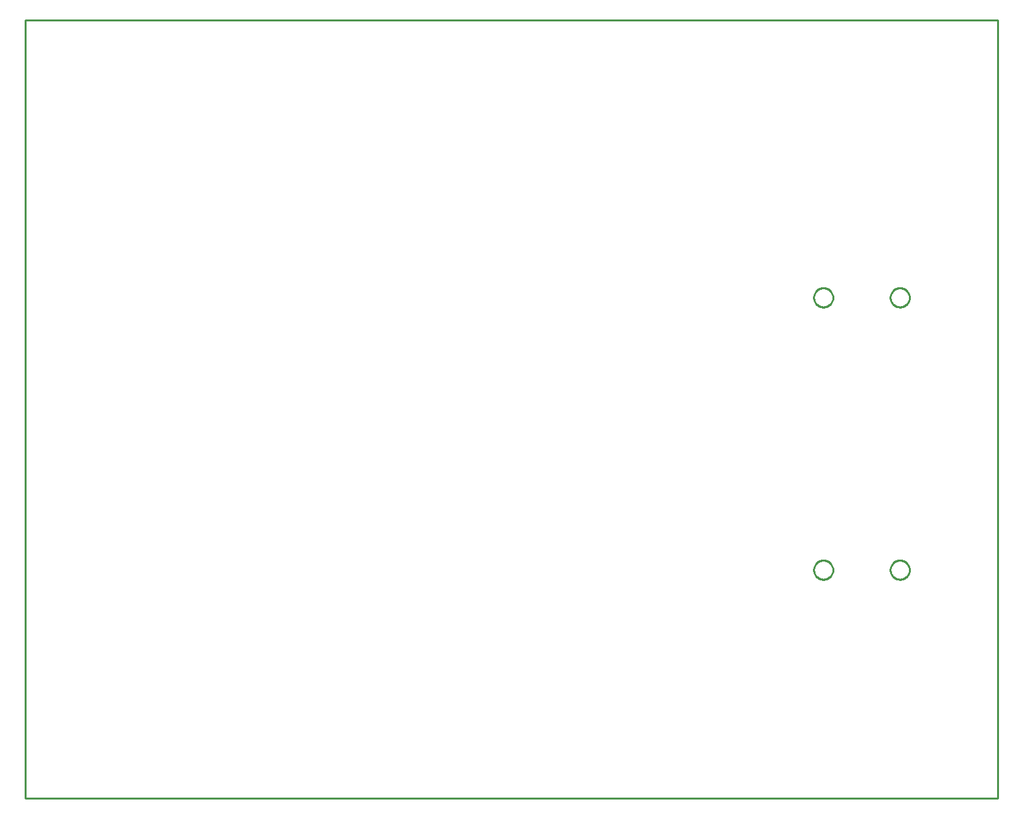
<source format=gbr>
G04 EAGLE Gerber RS-274X export*
G75*
%MOMM*%
%FSLAX34Y34*%
%LPD*%
%IN*%
%IPPOS*%
%AMOC8*
5,1,8,0,0,1.08239X$1,22.5*%
G01*
%ADD10C,0.254000*%


D10*
X0Y0D02*
X1270000Y0D01*
X1270000Y1016000D01*
X0Y1016000D01*
X0Y0D01*
X1054700Y653709D02*
X1054623Y652730D01*
X1054469Y651760D01*
X1054240Y650804D01*
X1053936Y649870D01*
X1053561Y648963D01*
X1053115Y648088D01*
X1052601Y647250D01*
X1052024Y646455D01*
X1051386Y645708D01*
X1050692Y645014D01*
X1049945Y644376D01*
X1049150Y643799D01*
X1048312Y643285D01*
X1047437Y642839D01*
X1046530Y642464D01*
X1045596Y642160D01*
X1044641Y641931D01*
X1043670Y641777D01*
X1042691Y641700D01*
X1041709Y641700D01*
X1040730Y641777D01*
X1039760Y641931D01*
X1038804Y642160D01*
X1037870Y642464D01*
X1036963Y642839D01*
X1036088Y643285D01*
X1035250Y643799D01*
X1034455Y644376D01*
X1033708Y645014D01*
X1033014Y645708D01*
X1032376Y646455D01*
X1031799Y647250D01*
X1031285Y648088D01*
X1030839Y648963D01*
X1030464Y649870D01*
X1030160Y650804D01*
X1029931Y651760D01*
X1029777Y652730D01*
X1029700Y653709D01*
X1029700Y654691D01*
X1029777Y655670D01*
X1029931Y656641D01*
X1030160Y657596D01*
X1030464Y658530D01*
X1030839Y659437D01*
X1031285Y660312D01*
X1031799Y661150D01*
X1032376Y661945D01*
X1033014Y662692D01*
X1033708Y663386D01*
X1034455Y664024D01*
X1035250Y664601D01*
X1036088Y665115D01*
X1036963Y665561D01*
X1037870Y665936D01*
X1038804Y666240D01*
X1039760Y666469D01*
X1040730Y666623D01*
X1041709Y666700D01*
X1042691Y666700D01*
X1043670Y666623D01*
X1044641Y666469D01*
X1045596Y666240D01*
X1046530Y665936D01*
X1047437Y665561D01*
X1048312Y665115D01*
X1049150Y664601D01*
X1049945Y664024D01*
X1050692Y663386D01*
X1051386Y662692D01*
X1052024Y661945D01*
X1052601Y661150D01*
X1053115Y660312D01*
X1053561Y659437D01*
X1053936Y658530D01*
X1054240Y657596D01*
X1054469Y656641D01*
X1054623Y655670D01*
X1054700Y654691D01*
X1054700Y653709D01*
X1154700Y653709D02*
X1154623Y652730D01*
X1154469Y651760D01*
X1154240Y650804D01*
X1153936Y649870D01*
X1153561Y648963D01*
X1153115Y648088D01*
X1152601Y647250D01*
X1152024Y646455D01*
X1151386Y645708D01*
X1150692Y645014D01*
X1149945Y644376D01*
X1149150Y643799D01*
X1148312Y643285D01*
X1147437Y642839D01*
X1146530Y642464D01*
X1145596Y642160D01*
X1144641Y641931D01*
X1143670Y641777D01*
X1142691Y641700D01*
X1141709Y641700D01*
X1140730Y641777D01*
X1139760Y641931D01*
X1138804Y642160D01*
X1137870Y642464D01*
X1136963Y642839D01*
X1136088Y643285D01*
X1135250Y643799D01*
X1134455Y644376D01*
X1133708Y645014D01*
X1133014Y645708D01*
X1132376Y646455D01*
X1131799Y647250D01*
X1131285Y648088D01*
X1130839Y648963D01*
X1130464Y649870D01*
X1130160Y650804D01*
X1129931Y651760D01*
X1129777Y652730D01*
X1129700Y653709D01*
X1129700Y654691D01*
X1129777Y655670D01*
X1129931Y656641D01*
X1130160Y657596D01*
X1130464Y658530D01*
X1130839Y659437D01*
X1131285Y660312D01*
X1131799Y661150D01*
X1132376Y661945D01*
X1133014Y662692D01*
X1133708Y663386D01*
X1134455Y664024D01*
X1135250Y664601D01*
X1136088Y665115D01*
X1136963Y665561D01*
X1137870Y665936D01*
X1138804Y666240D01*
X1139760Y666469D01*
X1140730Y666623D01*
X1141709Y666700D01*
X1142691Y666700D01*
X1143670Y666623D01*
X1144641Y666469D01*
X1145596Y666240D01*
X1146530Y665936D01*
X1147437Y665561D01*
X1148312Y665115D01*
X1149150Y664601D01*
X1149945Y664024D01*
X1150692Y663386D01*
X1151386Y662692D01*
X1152024Y661945D01*
X1152601Y661150D01*
X1153115Y660312D01*
X1153561Y659437D01*
X1153936Y658530D01*
X1154240Y657596D01*
X1154469Y656641D01*
X1154623Y655670D01*
X1154700Y654691D01*
X1154700Y653709D01*
X1054700Y298109D02*
X1054623Y297130D01*
X1054469Y296160D01*
X1054240Y295204D01*
X1053936Y294270D01*
X1053561Y293363D01*
X1053115Y292488D01*
X1052601Y291650D01*
X1052024Y290855D01*
X1051386Y290108D01*
X1050692Y289414D01*
X1049945Y288776D01*
X1049150Y288199D01*
X1048312Y287685D01*
X1047437Y287239D01*
X1046530Y286864D01*
X1045596Y286560D01*
X1044641Y286331D01*
X1043670Y286177D01*
X1042691Y286100D01*
X1041709Y286100D01*
X1040730Y286177D01*
X1039760Y286331D01*
X1038804Y286560D01*
X1037870Y286864D01*
X1036963Y287239D01*
X1036088Y287685D01*
X1035250Y288199D01*
X1034455Y288776D01*
X1033708Y289414D01*
X1033014Y290108D01*
X1032376Y290855D01*
X1031799Y291650D01*
X1031285Y292488D01*
X1030839Y293363D01*
X1030464Y294270D01*
X1030160Y295204D01*
X1029931Y296160D01*
X1029777Y297130D01*
X1029700Y298109D01*
X1029700Y299091D01*
X1029777Y300070D01*
X1029931Y301041D01*
X1030160Y301996D01*
X1030464Y302930D01*
X1030839Y303837D01*
X1031285Y304712D01*
X1031799Y305550D01*
X1032376Y306345D01*
X1033014Y307092D01*
X1033708Y307786D01*
X1034455Y308424D01*
X1035250Y309001D01*
X1036088Y309515D01*
X1036963Y309961D01*
X1037870Y310336D01*
X1038804Y310640D01*
X1039760Y310869D01*
X1040730Y311023D01*
X1041709Y311100D01*
X1042691Y311100D01*
X1043670Y311023D01*
X1044641Y310869D01*
X1045596Y310640D01*
X1046530Y310336D01*
X1047437Y309961D01*
X1048312Y309515D01*
X1049150Y309001D01*
X1049945Y308424D01*
X1050692Y307786D01*
X1051386Y307092D01*
X1052024Y306345D01*
X1052601Y305550D01*
X1053115Y304712D01*
X1053561Y303837D01*
X1053936Y302930D01*
X1054240Y301996D01*
X1054469Y301041D01*
X1054623Y300070D01*
X1054700Y299091D01*
X1054700Y298109D01*
X1154700Y298109D02*
X1154623Y297130D01*
X1154469Y296160D01*
X1154240Y295204D01*
X1153936Y294270D01*
X1153561Y293363D01*
X1153115Y292488D01*
X1152601Y291650D01*
X1152024Y290855D01*
X1151386Y290108D01*
X1150692Y289414D01*
X1149945Y288776D01*
X1149150Y288199D01*
X1148312Y287685D01*
X1147437Y287239D01*
X1146530Y286864D01*
X1145596Y286560D01*
X1144641Y286331D01*
X1143670Y286177D01*
X1142691Y286100D01*
X1141709Y286100D01*
X1140730Y286177D01*
X1139760Y286331D01*
X1138804Y286560D01*
X1137870Y286864D01*
X1136963Y287239D01*
X1136088Y287685D01*
X1135250Y288199D01*
X1134455Y288776D01*
X1133708Y289414D01*
X1133014Y290108D01*
X1132376Y290855D01*
X1131799Y291650D01*
X1131285Y292488D01*
X1130839Y293363D01*
X1130464Y294270D01*
X1130160Y295204D01*
X1129931Y296160D01*
X1129777Y297130D01*
X1129700Y298109D01*
X1129700Y299091D01*
X1129777Y300070D01*
X1129931Y301041D01*
X1130160Y301996D01*
X1130464Y302930D01*
X1130839Y303837D01*
X1131285Y304712D01*
X1131799Y305550D01*
X1132376Y306345D01*
X1133014Y307092D01*
X1133708Y307786D01*
X1134455Y308424D01*
X1135250Y309001D01*
X1136088Y309515D01*
X1136963Y309961D01*
X1137870Y310336D01*
X1138804Y310640D01*
X1139760Y310869D01*
X1140730Y311023D01*
X1141709Y311100D01*
X1142691Y311100D01*
X1143670Y311023D01*
X1144641Y310869D01*
X1145596Y310640D01*
X1146530Y310336D01*
X1147437Y309961D01*
X1148312Y309515D01*
X1149150Y309001D01*
X1149945Y308424D01*
X1150692Y307786D01*
X1151386Y307092D01*
X1152024Y306345D01*
X1152601Y305550D01*
X1153115Y304712D01*
X1153561Y303837D01*
X1153936Y302930D01*
X1154240Y301996D01*
X1154469Y301041D01*
X1154623Y300070D01*
X1154700Y299091D01*
X1154700Y298109D01*
M02*

</source>
